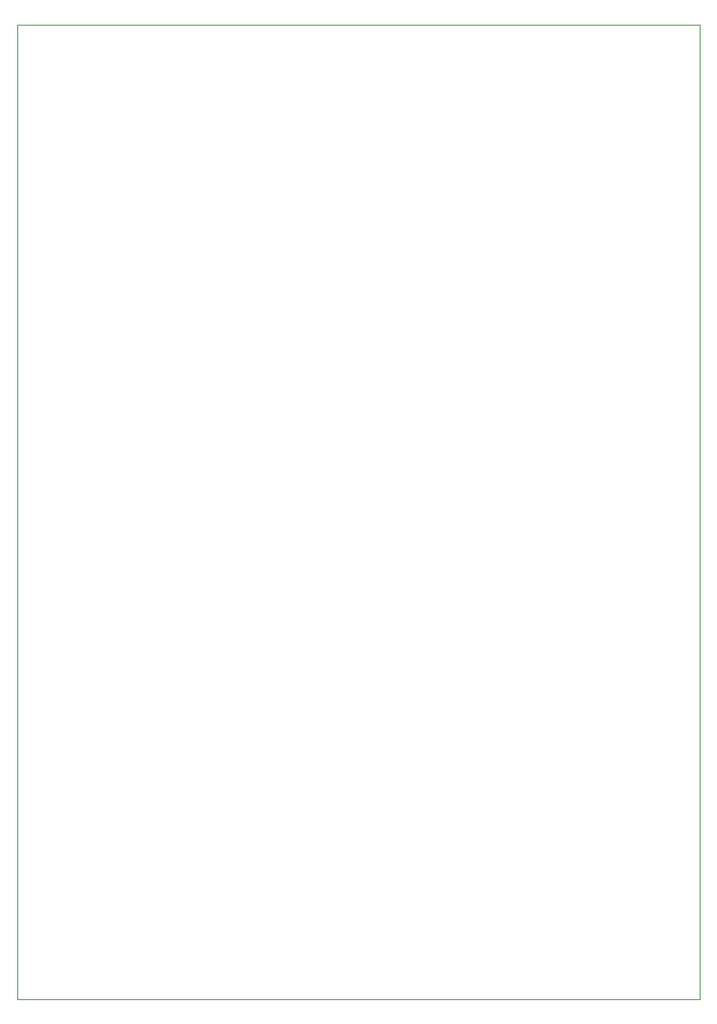
<source format=gm1>
G04 #@! TF.FileFunction,Profile,NP*
%FSLAX46Y46*%
G04 Gerber Fmt 4.6, Leading zero omitted, Abs format (unit mm)*
G04 Created by KiCad (PCBNEW 4.0.7) date 09/18/22 11:46:45*
%MOMM*%
%LPD*%
G01*
G04 APERTURE LIST*
%ADD10C,0.100000*%
G04 APERTURE END LIST*
D10*
X170000000Y-60000000D02*
X170000000Y-160000000D01*
X100000000Y-60000000D02*
X170000000Y-60000000D01*
X100000000Y-160000000D02*
X100000000Y-60000000D01*
X170000000Y-160000000D02*
X100000000Y-160000000D01*
M02*

</source>
